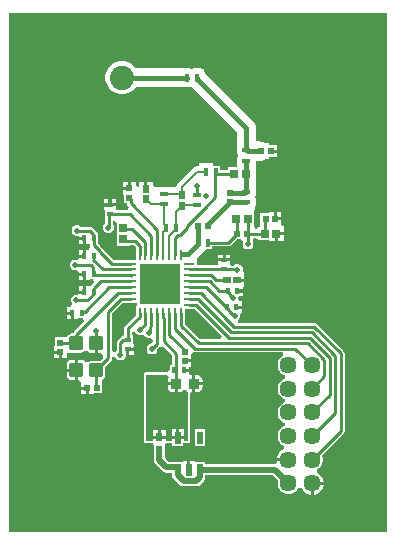
<source format=gtl>
G04*
G04 #@! TF.GenerationSoftware,Altium Limited,Altium Designer,24.10.1 (45)*
G04*
G04 Layer_Physical_Order=1*
G04 Layer_Color=255*
%FSLAX44Y44*%
%MOMM*%
G71*
G04*
G04 #@! TF.SameCoordinates,45D0177C-C306-47A8-9F7C-5F692266BDBD*
G04*
G04*
G04 #@! TF.FilePolarity,Positive*
G04*
G01*
G75*
%ADD14C,0.2540*%
%ADD15C,1.5000*%
%ADD16C,2.0500*%
%ADD17R,0.3500X0.6500*%
%ADD18R,0.5600X0.5200*%
G04:AMPARAMS|DCode=19|XSize=0.93mm|YSize=0.93mm|CornerRadius=0.2325mm|HoleSize=0mm|Usage=FLASHONLY|Rotation=0.000|XOffset=0mm|YOffset=0mm|HoleType=Round|Shape=RoundedRectangle|*
%AMROUNDEDRECTD19*
21,1,0.9300,0.4650,0,0,0.0*
21,1,0.4650,0.9300,0,0,0.0*
1,1,0.4650,0.2325,-0.2325*
1,1,0.4650,-0.2325,-0.2325*
1,1,0.4650,-0.2325,0.2325*
1,1,0.4650,0.2325,0.2325*
%
%ADD19ROUNDEDRECTD19*%
%ADD20R,0.5080X0.9779*%
%ADD21R,0.5588X0.7112*%
%ADD22R,0.6000X0.5500*%
%ADD23R,0.6200X0.6600*%
%ADD24R,0.6500X0.3500*%
%ADD25R,0.5200X0.5600*%
%ADD26R,0.4000X0.5000*%
G04:AMPARAMS|DCode=27|XSize=1.11mm|YSize=1.21mm|CornerRadius=0.1388mm|HoleSize=0mm|Usage=FLASHONLY|Rotation=0.000|XOffset=0mm|YOffset=0mm|HoleType=Round|Shape=RoundedRectangle|*
%AMROUNDEDRECTD27*
21,1,1.1100,0.9325,0,0,0.0*
21,1,0.8325,1.2100,0,0,0.0*
1,1,0.2775,0.4162,-0.4662*
1,1,0.2775,-0.4162,-0.4662*
1,1,0.2775,-0.4162,0.4662*
1,1,0.2775,0.4162,0.4662*
%
%ADD27ROUNDEDRECTD27*%
%ADD28R,0.6500X0.6000*%
%ADD29R,0.7600X0.7200*%
%ADD31R,0.7200X0.7600*%
%ADD32R,0.4725X0.5153*%
%ADD33R,0.5000X0.4000*%
%ADD55R,3.4500X3.4500*%
%ADD56R,0.8499X0.2799*%
%ADD57R,0.2799X0.8499*%
%ADD58C,0.3823*%
%ADD59C,0.5131*%
%ADD60C,0.1314*%
%ADD61C,1.4478*%
%ADD62C,0.5080*%
G36*
X193040Y-210820D02*
X-127000D01*
Y228600D01*
X193040D01*
Y-210820D01*
D02*
G37*
%LPC*%
G36*
X-29829Y187980D02*
X-33531D01*
X-37107Y187022D01*
X-40313Y185171D01*
X-42931Y182553D01*
X-44782Y179347D01*
X-45740Y175771D01*
Y172069D01*
X-44782Y168493D01*
X-42931Y165287D01*
X-40313Y162669D01*
X-37107Y160818D01*
X-33531Y159860D01*
X-29829D01*
X-26253Y160818D01*
X-23047Y162669D01*
X-20429Y165287D01*
X-20236Y165623D01*
X23215D01*
X23215Y165622D01*
X25372Y165906D01*
X26433Y166346D01*
X65328Y127451D01*
Y112200D01*
X65611Y110043D01*
X66444Y108034D01*
X66508Y107950D01*
X66444Y107866D01*
X65611Y105857D01*
X65328Y103700D01*
Y98310D01*
X57700D01*
Y96044D01*
X51620D01*
Y99230D01*
X45184D01*
Y101294D01*
X33556D01*
Y98793D01*
X31750D01*
X29908Y98427D01*
X28346Y97384D01*
X15646Y84684D01*
X14603Y83122D01*
X14303Y81614D01*
X11886D01*
Y81614D01*
X11124Y81184D01*
X-3504D01*
Y81184D01*
X-5790Y81797D01*
Y85760D01*
X-10160D01*
Y79920D01*
X-12700D01*
Y85760D01*
X-17070D01*
Y80587D01*
X-17720Y80338D01*
X-20260Y82083D01*
Y85530D01*
X-24130D01*
Y80190D01*
X-25400D01*
Y78920D01*
X-30540D01*
Y74850D01*
X-30000D01*
Y67590D01*
X-27777D01*
X-27531Y66355D01*
X-26809Y65273D01*
X-25545Y64010D01*
X-26597Y61470D01*
X-34421D01*
X-36870Y61690D01*
Y64960D01*
X-41910D01*
X-46950D01*
Y61690D01*
X-46410D01*
Y54230D01*
X-46028D01*
Y50563D01*
X-47029Y49562D01*
X-47720Y47893D01*
Y46087D01*
X-47029Y44418D01*
X-45752Y43141D01*
X-44083Y42450D01*
X-42277D01*
X-40608Y43141D01*
X-39331Y44418D01*
X-38640Y46087D01*
Y47893D01*
X-39331Y49562D01*
X-39360Y49591D01*
Y52092D01*
X-38524Y52474D01*
X-36080Y50797D01*
Y41010D01*
Y31210D01*
X-24880D01*
Y32226D01*
X-22289D01*
X-21926Y31863D01*
X-20280Y30005D01*
Y19909D01*
X-30379D01*
Y19844D01*
X-38879D01*
X-47973Y28938D01*
X-48063Y29072D01*
X-50531Y31540D01*
X-51690Y33600D01*
Y42600D01*
X-52726D01*
X-52800Y42968D01*
X-53523Y44050D01*
X-56280Y46807D01*
X-57362Y47530D01*
X-58638Y47784D01*
X-66764D01*
X-67278Y48299D01*
X-68947Y48990D01*
X-70753D01*
X-72422Y48299D01*
X-73699Y47022D01*
X-74390Y45353D01*
Y43547D01*
X-73699Y41878D01*
X-72422Y40601D01*
X-70753Y39910D01*
X-68947D01*
X-68230Y39431D01*
Y39370D01*
X-63690D01*
Y38100D01*
X-62420D01*
Y33060D01*
X-59150D01*
X-59024Y31941D01*
X-59024Y31940D01*
X-58770Y30664D01*
X-58418Y30137D01*
X-59589Y28175D01*
X-59891Y27900D01*
X-62420D01*
Y22860D01*
X-63690D01*
Y21590D01*
X-68350D01*
X-70217Y19780D01*
X-72023D01*
X-73692Y19089D01*
X-74969Y17812D01*
X-75660Y16143D01*
Y14337D01*
X-74969Y12668D01*
X-73692Y11391D01*
X-72023Y10700D01*
X-70217D01*
X-68350Y8890D01*
X-63690D01*
Y7620D01*
X-62420D01*
Y2580D01*
X-59150D01*
Y3120D01*
X-56214D01*
X-55242Y773D01*
X-57191Y-1176D01*
X-59150Y-2580D01*
X-62420D01*
Y-7620D01*
X-63690D01*
Y-8890D01*
X-68230D01*
Y-9373D01*
X-69455Y-10192D01*
X-71261D01*
X-72930Y-10883D01*
X-74207Y-12160D01*
X-74898Y-13829D01*
Y-15635D01*
X-74207Y-17304D01*
X-73691Y-17820D01*
X-74743Y-20360D01*
X-78390D01*
Y-24130D01*
X-73850D01*
Y-25400D01*
X-72580D01*
Y-30440D01*
X-69310D01*
Y-29900D01*
X-64948D01*
X-63896Y-32440D01*
X-72698Y-41242D01*
X-73420Y-42324D01*
X-73492Y-42684D01*
X-74503D01*
X-75824Y-42947D01*
X-76945Y-43695D01*
X-77325Y-44264D01*
X-79220Y-45820D01*
X-88420D01*
Y-53080D01*
X-88960D01*
Y-57150D01*
X-83820D01*
Y-58420D01*
X-82550D01*
Y-63760D01*
X-78680D01*
Y-59568D01*
X-78612Y-59503D01*
X-76140Y-58443D01*
X-75824Y-58653D01*
X-74503Y-58916D01*
X-66178D01*
X-64856Y-58653D01*
X-63735Y-57905D01*
X-63576Y-57666D01*
X-63157Y-57548D01*
X-60804Y-57646D01*
X-60754Y-57666D01*
X-60334Y-58294D01*
X-59035Y-59162D01*
X-57502Y-59467D01*
X-54610D01*
Y-50800D01*
X-52070D01*
Y-59467D01*
X-49177D01*
X-47782Y-61414D01*
X-47637Y-63382D01*
X-49939Y-65684D01*
X-57502D01*
X-58824Y-65947D01*
X-59945Y-66695D01*
X-60104Y-66934D01*
X-60523Y-67052D01*
X-62876Y-66954D01*
X-62926Y-66934D01*
X-63346Y-66306D01*
X-64645Y-65438D01*
X-66178Y-65133D01*
X-69070D01*
Y-73800D01*
Y-82467D01*
X-68394D01*
X-66390Y-83760D01*
X-66390Y-85007D01*
Y-87630D01*
X-61050D01*
Y-88900D01*
X-59780D01*
Y-94040D01*
X-55710D01*
Y-93500D01*
X-48450D01*
Y-84300D01*
X-48450D01*
X-48431Y-81768D01*
X-47856Y-81653D01*
X-46735Y-80905D01*
X-45986Y-79784D01*
X-45724Y-78463D01*
Y-70899D01*
X-40823Y-65998D01*
X-40100Y-64916D01*
X-39846Y-63640D01*
Y-62982D01*
X-37306Y-62476D01*
X-36869Y-63532D01*
X-35592Y-64809D01*
X-33923Y-65500D01*
X-32117D01*
X-30448Y-64809D01*
X-29171Y-63532D01*
X-28480Y-61863D01*
Y-60800D01*
X-27940D01*
Y-56260D01*
X-26670D01*
Y-54990D01*
X-21630D01*
Y-51720D01*
X-22170D01*
Y-44260D01*
X-23336D01*
Y-41392D01*
X-20796Y-40886D01*
X-20359Y-41942D01*
X-19082Y-43219D01*
X-17413Y-43910D01*
X-15607D01*
X-13938Y-43219D01*
X-12549Y-44482D01*
X-11272Y-45759D01*
X-9603Y-46450D01*
X-7797D01*
X-5835Y-47832D01*
X-5746Y-49139D01*
X-7253Y-51340D01*
X-8922Y-52031D01*
X-10199Y-53308D01*
X-10890Y-54977D01*
Y-56783D01*
X-10199Y-58452D01*
X-8922Y-59729D01*
X-7253Y-60420D01*
X-5447D01*
X-3778Y-59729D01*
X-2501Y-58452D01*
X-1810Y-56783D01*
Y-56015D01*
X89Y-54116D01*
X1266Y-53747D01*
X3363Y-53799D01*
X10636Y-61071D01*
Y-69160D01*
X8510D01*
Y-73446D01*
X8483Y-73502D01*
X8186Y-73977D01*
X7550Y-74598D01*
X6400Y-75431D01*
X-11430D01*
X-12210Y-75586D01*
X-12872Y-76028D01*
X-13314Y-76690D01*
X-13469Y-77470D01*
Y-125730D01*
Y-133350D01*
X-13314Y-134130D01*
X-12872Y-134792D01*
X-12210Y-135234D01*
X-11430Y-135389D01*
X-5334D01*
X-4794Y-137872D01*
Y-146653D01*
X-4655D01*
Y-150026D01*
X-4300Y-151807D01*
X-3291Y-153317D01*
X2474Y-159082D01*
X3984Y-160091D01*
X5765Y-160446D01*
X10661D01*
Y-162526D01*
X10750Y-162976D01*
Y-165005D01*
X11480D01*
X12024Y-165818D01*
X17068Y-170861D01*
X18578Y-171870D01*
X20359Y-172225D01*
X31284D01*
X33066Y-171870D01*
X34576Y-170861D01*
X37582Y-167856D01*
X38591Y-166346D01*
X38945Y-164564D01*
Y-162770D01*
X95867D01*
X100285Y-167188D01*
X99981Y-168324D01*
Y-170756D01*
X100611Y-173106D01*
X101827Y-175213D01*
X103547Y-176933D01*
X105654Y-178149D01*
X108004Y-178779D01*
X110436D01*
X112786Y-178149D01*
X114893Y-176933D01*
X116613Y-175213D01*
X117551Y-173588D01*
X119191Y-173413D01*
X120309Y-173664D01*
X121395Y-175544D01*
X123216Y-177365D01*
X125445Y-178653D01*
X127933Y-179319D01*
X127950D01*
Y-169540D01*
X129220D01*
Y-168270D01*
X138999D01*
Y-168253D01*
X138333Y-165765D01*
X137045Y-163536D01*
X135224Y-161715D01*
X133344Y-160629D01*
X133093Y-159511D01*
X133268Y-157871D01*
X134893Y-156933D01*
X136613Y-155213D01*
X137829Y-153106D01*
X138459Y-150756D01*
Y-148324D01*
X137829Y-145974D01*
X137709Y-145766D01*
X155707Y-127768D01*
X156429Y-126687D01*
X156683Y-125411D01*
Y-59545D01*
X156429Y-58270D01*
X155707Y-57188D01*
X133462Y-34943D01*
X132380Y-34221D01*
X131104Y-33967D01*
X66762D01*
X66257Y-31427D01*
X66271Y-31421D01*
X67548Y-30144D01*
X68239Y-28475D01*
Y-26669D01*
X69114Y-25360D01*
X69500D01*
Y-21590D01*
X64960D01*
Y-19050D01*
X69500D01*
Y-15280D01*
X67596D01*
X66648Y-13862D01*
Y-12056D01*
X67093Y-11390D01*
X70580D01*
Y-7620D01*
X66040D01*
Y-5080D01*
X70580D01*
Y-3000D01*
X71830D01*
Y1270D01*
X66040D01*
Y3810D01*
X71830D01*
Y8080D01*
X71830D01*
X70580Y10527D01*
Y12333D01*
X69889Y14002D01*
X68612Y15279D01*
X66943Y15970D01*
X65137D01*
X63468Y15279D01*
X62986Y14796D01*
X62379D01*
X59904Y14954D01*
Y18224D01*
X54864D01*
X49824D01*
Y14972D01*
X31619D01*
Y19909D01*
X31619Y19909D01*
X31619D01*
X33042Y21790D01*
X38472Y27220D01*
X38472Y27220D01*
X39796Y28946D01*
X39835Y29040D01*
X44830D01*
Y30956D01*
X58060D01*
X59336Y31210D01*
X60417Y31932D01*
X65645Y37160D01*
X69191D01*
X69441Y36953D01*
X70679Y34620D01*
X70390Y33923D01*
Y32117D01*
X71081Y30448D01*
X72358Y29171D01*
X74027Y28480D01*
X75833D01*
X77502Y29171D01*
X78779Y30448D01*
X79470Y32117D01*
Y33923D01*
X79181Y34620D01*
X79430Y37160D01*
X80740Y38110D01*
X83280Y37180D01*
Y36310D01*
X92540D01*
Y35770D01*
X97610D01*
Y41910D01*
X98880D01*
Y43180D01*
X105220D01*
Y48050D01*
X105172D01*
X103220Y49470D01*
Y53340D01*
X97880D01*
Y54610D01*
X96610D01*
Y59750D01*
X92540D01*
Y59210D01*
X85280D01*
Y50010D01*
X85280D01*
X85183Y47510D01*
X83280D01*
Y46868D01*
X80740Y46113D01*
X80478Y46515D01*
X80370Y49010D01*
X80370D01*
Y60210D01*
X80370D01*
X80281Y60483D01*
X80720Y63020D01*
X80720Y63020D01*
Y64210D01*
X80876Y64414D01*
X81709Y66423D01*
X81993Y68580D01*
X81709Y70737D01*
X80876Y72746D01*
X80812Y72830D01*
X80876Y72914D01*
X81709Y74923D01*
X81993Y77080D01*
Y87630D01*
Y103427D01*
X84074D01*
X86231Y103711D01*
X88240Y104544D01*
X89291Y105350D01*
X92880D01*
Y106620D01*
X99410D01*
Y110490D01*
X94070D01*
Y113030D01*
X99410D01*
Y116900D01*
X92880D01*
Y118170D01*
X89291D01*
X88240Y118976D01*
X86231Y119809D01*
X84074Y120092D01*
X81993D01*
Y130903D01*
X81709Y133059D01*
X80876Y135069D01*
X79552Y136795D01*
X79552Y136795D01*
X39515Y176832D01*
X38966Y178156D01*
X37642Y179882D01*
X37310Y180137D01*
Y181050D01*
X36120D01*
X35916Y181206D01*
X33907Y182039D01*
X31750Y182323D01*
X29593Y182039D01*
X27584Y181206D01*
X27500Y181142D01*
X27416Y181206D01*
X25407Y182039D01*
X23250Y182323D01*
X22984Y182288D01*
X-20276D01*
X-20429Y182553D01*
X-23047Y185171D01*
X-26253Y187022D01*
X-29829Y187980D01*
D02*
G37*
G36*
X-26670Y85530D02*
X-30540D01*
Y81460D01*
X-26670D01*
Y85530D01*
D02*
G37*
G36*
X-36870Y70770D02*
X-40640D01*
Y67500D01*
X-36870D01*
Y70770D01*
D02*
G37*
G36*
X-43180D02*
X-46950D01*
Y67500D01*
X-43180D01*
Y70770D01*
D02*
G37*
G36*
X103220Y59750D02*
X99150D01*
Y55880D01*
X103220D01*
Y59750D01*
D02*
G37*
G36*
X105220Y40640D02*
X100150D01*
Y35770D01*
X105220D01*
Y40640D01*
D02*
G37*
G36*
X-64960Y36830D02*
X-68230D01*
Y33060D01*
X-64960D01*
Y36830D01*
D02*
G37*
G36*
Y27900D02*
X-68230D01*
Y24130D01*
X-64960D01*
Y27900D01*
D02*
G37*
G36*
X59904Y24034D02*
X56134D01*
Y20764D01*
X59904D01*
Y24034D01*
D02*
G37*
G36*
X53594D02*
X49824D01*
Y20764D01*
X53594D01*
Y24034D01*
D02*
G37*
G36*
X-64960Y6350D02*
X-68230D01*
Y2580D01*
X-64960D01*
Y6350D01*
D02*
G37*
G36*
Y-2580D02*
X-68230D01*
Y-6350D01*
X-64960D01*
Y-2580D01*
D02*
G37*
G36*
X-75120Y-26670D02*
X-78390D01*
Y-30440D01*
X-75120D01*
Y-26670D01*
D02*
G37*
G36*
X-21630Y-57530D02*
X-25400D01*
Y-60800D01*
X-21630D01*
Y-57530D01*
D02*
G37*
G36*
X-85090Y-59690D02*
X-88960D01*
Y-63760D01*
X-85090D01*
Y-59690D01*
D02*
G37*
G36*
X-71610Y-65133D02*
X-74503D01*
X-76035Y-65438D01*
X-77334Y-66306D01*
X-78202Y-67605D01*
X-78507Y-69138D01*
Y-72530D01*
X-71610D01*
Y-65133D01*
D02*
G37*
G36*
Y-75070D02*
X-78507D01*
Y-78463D01*
X-78202Y-79995D01*
X-77334Y-81294D01*
X-76035Y-82162D01*
X-74503Y-82467D01*
X-71610D01*
Y-75070D01*
D02*
G37*
G36*
X-62320Y-90170D02*
X-66390D01*
Y-94040D01*
X-62320D01*
Y-90170D01*
D02*
G37*
G36*
X138999Y-170810D02*
X130490D01*
Y-179319D01*
X130507D01*
X132995Y-178653D01*
X135224Y-177365D01*
X137045Y-175544D01*
X138333Y-173314D01*
X138999Y-170827D01*
Y-170810D01*
D02*
G37*
%LPD*%
G36*
X53225Y-45240D02*
X52253Y-47587D01*
X34522D01*
X21584Y-34648D01*
Y-25874D01*
X21519Y-25552D01*
Y-21898D01*
X29883D01*
X53225Y-45240D01*
D02*
G37*
G36*
X-19050Y-19495D02*
X-20280D01*
Y-27279D01*
X-29028Y-36027D01*
X-29750Y-37108D01*
X-30004Y-38384D01*
Y-44260D01*
X-31170D01*
Y-45063D01*
X-31756Y-45180D01*
X-32838Y-45903D01*
X-35378Y-48443D01*
X-36100Y-49524D01*
X-36354Y-50800D01*
Y-57257D01*
X-37306Y-58214D01*
X-39846Y-57165D01*
Y-25511D01*
X-31296Y-16961D01*
X-24260D01*
X-23937Y-16897D01*
X-19050D01*
Y-19495D01*
D02*
G37*
G36*
X7686Y-79622D02*
X7302Y-80867D01*
X6925Y-82765D01*
Y-83820D01*
X14210D01*
Y-85090D01*
X15480D01*
Y-92375D01*
X16535D01*
X18433Y-91998D01*
X20042Y-90922D01*
X22840Y-90897D01*
X24130Y-92109D01*
Y-133350D01*
X20370D01*
Y-132080D01*
X15290D01*
X10210D01*
Y-133350D01*
X5334D01*
Y-131953D01*
X0D01*
X-5334D01*
Y-133350D01*
X-11430D01*
Y-125730D01*
Y-77470D01*
X6400D01*
X7686Y-79622D01*
D02*
G37*
G36*
X30061Y-58795D02*
X104273D01*
X104954Y-61335D01*
X103547Y-62147D01*
X101827Y-63867D01*
X100611Y-65974D01*
X99981Y-68324D01*
Y-70756D01*
X100611Y-73106D01*
X101827Y-75213D01*
X103547Y-76933D01*
X105654Y-78149D01*
X105937Y-78225D01*
Y-80855D01*
X105654Y-80931D01*
X103547Y-82147D01*
X101827Y-83867D01*
X100611Y-85974D01*
X99981Y-88324D01*
Y-90756D01*
X100611Y-93106D01*
X101827Y-95213D01*
X103547Y-96933D01*
X105654Y-98149D01*
X105937Y-98225D01*
Y-100855D01*
X105654Y-100931D01*
X103547Y-102147D01*
X101827Y-103867D01*
X100611Y-105974D01*
X99981Y-108324D01*
Y-110756D01*
X100611Y-113106D01*
X101827Y-115213D01*
X103547Y-116933D01*
X105654Y-118149D01*
X105937Y-118225D01*
Y-120855D01*
X105654Y-120931D01*
X103547Y-122147D01*
X101827Y-123867D01*
X100611Y-125974D01*
X99981Y-128324D01*
Y-130756D01*
X100611Y-133106D01*
X101827Y-135213D01*
X103547Y-136933D01*
X105172Y-137871D01*
X105347Y-139511D01*
X105096Y-140629D01*
X103216Y-141715D01*
X101395Y-143536D01*
X100107Y-145765D01*
X99441Y-148253D01*
Y-148270D01*
X109220D01*
Y-150810D01*
X99441D01*
Y-150827D01*
X99546Y-151219D01*
X98014Y-153179D01*
X97517Y-153460D01*
X38830D01*
Y-151226D01*
X29870D01*
Y-150686D01*
X26060D01*
Y-158115D01*
X23520D01*
Y-150686D01*
X19710D01*
Y-151226D01*
X15714D01*
X15265Y-151136D01*
X7693D01*
X5470Y-148913D01*
X4794Y-146653D01*
X4794Y-146653D01*
X4794D01*
X4794Y-146653D01*
Y-137872D01*
X5334Y-135389D01*
X10210D01*
X10750Y-135832D01*
Y-137699D01*
X19830D01*
Y-135832D01*
X20370Y-135389D01*
X24130D01*
X24910Y-135234D01*
X25572Y-134792D01*
X26014Y-134130D01*
X26169Y-133350D01*
Y-92963D01*
X26885Y-92375D01*
X27940D01*
Y-85090D01*
Y-77805D01*
X26885D01*
X25050Y-76299D01*
Y-74930D01*
X20510D01*
Y-72390D01*
X25050D01*
Y-71132D01*
X26492D01*
Y-67286D01*
X21590D01*
Y-64746D01*
X26492D01*
Y-60899D01*
X26856Y-60121D01*
X28785Y-58541D01*
X30061Y-58795D01*
D02*
G37*
%LPC*%
G36*
X12940Y-86360D02*
X6925D01*
Y-87415D01*
X7302Y-89313D01*
X8378Y-90922D01*
X9987Y-91998D01*
X11885Y-92375D01*
X12940D01*
Y-86360D01*
D02*
G37*
G36*
X5334Y-124587D02*
X1270D01*
Y-129413D01*
X5334D01*
Y-124587D01*
D02*
G37*
G36*
X-1270D02*
X-5334D01*
Y-129413D01*
X-1270D01*
Y-124587D01*
D02*
G37*
G36*
X20370Y-123380D02*
X16560D01*
Y-129540D01*
X20370D01*
Y-123380D01*
D02*
G37*
G36*
X14020D02*
X10210D01*
Y-129540D01*
X14020D01*
Y-123380D01*
D02*
G37*
G36*
X31535Y-77805D02*
X30480D01*
Y-83820D01*
X36495D01*
Y-82765D01*
X36118Y-80867D01*
X35042Y-79258D01*
X33433Y-78182D01*
X31535Y-77805D01*
D02*
G37*
G36*
X36495Y-86360D02*
X30480D01*
Y-92375D01*
X31535D01*
X33433Y-91998D01*
X35042Y-90922D01*
X36118Y-89313D01*
X36495Y-87415D01*
Y-86360D01*
D02*
G37*
G36*
X38830Y-123920D02*
X29750D01*
Y-137699D01*
X38830D01*
Y-123920D01*
D02*
G37*
%LPD*%
D14*
X38270Y63624D02*
X47430Y72784D01*
X35988Y61342D02*
X36354D01*
X38270Y63257D01*
X47430Y72784D02*
Y92710D01*
X38270Y63257D02*
Y63624D01*
X22925Y48280D02*
X35988Y61342D01*
X31496Y75342D02*
Y82296D01*
X17075Y40470D02*
X22925Y46321D01*
X13120Y37758D02*
X15832Y40470D01*
X22925Y46321D02*
Y48280D01*
X15832Y40470D02*
X17075D01*
X13120Y23756D02*
Y37758D01*
X18249Y-36030D02*
X33141Y-50921D01*
X18249Y-36030D02*
Y-25874D01*
X33141Y-50921D02*
X125463D01*
X17780Y-43180D02*
X30061Y-55461D01*
X13120Y-38520D02*
Y-25744D01*
Y-38520D02*
X17780Y-43180D01*
X30061Y-55461D02*
X115141D01*
X18120Y-25744D02*
X18249Y-25874D01*
X60961Y-41841D02*
X129224D01*
X25434Y-18563D02*
X31263D01*
X32748Y-13627D02*
X60961Y-41841D01*
X25499Y-13627D02*
X32748D01*
X31263Y-18563D02*
X59081Y-46381D01*
X25370Y-18499D02*
X25434Y-18563D01*
X59081Y-46381D02*
X127343D01*
X148809Y-109951D02*
Y-61426D01*
X58420Y-32290D02*
X63431Y-37301D01*
X131104D02*
X153349Y-59545D01*
Y-125411D02*
Y-59545D01*
X129220Y-149540D02*
X153349Y-125411D01*
X129220Y-129540D02*
X148809Y-109951D01*
X63431Y-37301D02*
X131104D01*
X129224Y-41841D02*
X148809Y-61426D01*
X125463Y-50921D02*
X139729Y-65187D01*
X127343Y-46381D02*
X144269Y-63306D01*
Y-94491D02*
Y-63306D01*
X129220Y-109540D02*
X144269Y-94491D01*
X139729Y-79031D02*
Y-65187D01*
X129220Y-89540D02*
X139729Y-79031D01*
X115141Y-55461D02*
X129220Y-69540D01*
X58040Y-6850D02*
X58770Y-7580D01*
Y-8933D02*
X62108Y-12271D01*
X58770Y-8933D02*
Y-7580D01*
X62108Y-12959D02*
Y-12271D01*
X58040Y-6850D02*
Y-6350D01*
X-27109Y-22612D02*
Y-18628D01*
X-29210Y-24713D02*
X-27109Y-22612D01*
X-29210Y-25400D02*
Y-24713D01*
X-27109Y-18628D02*
X-26980Y-18499D01*
X-24130D01*
X-42694Y57946D02*
X-42504Y58136D01*
X-42694Y47476D02*
Y57946D01*
X-43180Y46990D02*
X-42694Y47476D01*
X-42504Y58136D02*
X-25306D01*
X-42005Y66135D02*
X-41910Y66230D01*
X-50705Y66135D02*
X-42005D01*
X-50800Y66040D02*
X-50705Y66135D01*
X-41910Y66230D02*
Y73660D01*
X-25306Y58136D02*
X-6880Y39710D01*
X-8700Y-41910D02*
X-8214Y-41424D01*
Y-37494D01*
X63088Y-27572D02*
X63699D01*
X59690Y-24174D02*
Y-24130D01*
X25499Y-8626D02*
X34756D01*
X59690Y-24174D02*
X63088Y-27572D01*
X56960Y-20320D02*
X57690Y-21050D01*
Y-22130D02*
X59690Y-24130D01*
X57690Y-22130D02*
Y-21050D01*
X34756Y-8626D02*
X58420Y-32290D01*
X-6880Y-36161D02*
Y-25744D01*
X-8214Y-37494D02*
X-6880Y-36161D01*
X-1880Y-51370D02*
Y-25744D01*
X-6350Y-55880D02*
Y-55840D01*
X-1880Y-51370D01*
X-16510Y-39370D02*
X-11880Y-34740D01*
Y-25744D01*
X3451Y-49170D02*
X13970Y-59690D01*
X3451Y-49170D02*
Y-29928D01*
X8249Y-43809D02*
Y-25874D01*
Y-43809D02*
X22237Y-57797D01*
X13970Y-84850D02*
Y-59690D01*
X66040Y2540D02*
X74930D01*
X64960Y-20320D02*
X73660D01*
X55256Y-19696D02*
X56960D01*
X39055Y-3495D02*
X55256Y-19696D01*
X25370Y-3495D02*
X39055D01*
X42564Y1506D02*
X50420Y-6350D01*
X66040D02*
X72390D01*
X25370Y-13498D02*
X25499Y-13627D01*
X25370Y-8496D02*
X25499Y-8626D01*
X54832Y11462D02*
X66008D01*
X-56420Y7968D02*
X-54960Y6507D01*
X-56365Y-8795D02*
X-55015D01*
X64960Y-20320D02*
X64988Y-20292D01*
X50420Y-6350D02*
X58040D01*
X-32677Y-13627D02*
X-24260D01*
X-43180Y-24130D02*
X-32677Y-13627D01*
X-43180Y-63640D02*
Y-24130D01*
X-53340Y-73800D02*
X-43180Y-63640D01*
X74430Y41910D02*
X74680Y41660D01*
Y33270D02*
X74930Y33020D01*
X74680Y33270D02*
Y41660D01*
X47430Y92710D02*
X64144D01*
X-24451Y67631D02*
X-1880Y45060D01*
X-25400Y72190D02*
X-24451Y71241D01*
Y67631D02*
Y71241D01*
X-1880Y23756D02*
Y45060D01*
X-6880Y23756D02*
Y39710D01*
X-22860Y45720D02*
X-12010Y34870D01*
X-29210Y45720D02*
X-22860D01*
X-12010Y23885D02*
Y34870D01*
X-65120Y-24170D02*
X-63116D01*
X-42441Y-3495D01*
X-65850Y-25400D02*
Y-24900D01*
X-65120Y-24170D01*
X-42441Y-3495D02*
X-24130D01*
X-55690Y-7620D02*
Y-4390D01*
Y31940D02*
Y38100D01*
X-53077Y29327D02*
X-53033D01*
X-40260Y16510D02*
X-24130D01*
X-50420Y26670D02*
X-40260Y16510D01*
X-50420Y26670D02*
Y26714D01*
X-55690Y31940D02*
X-53077Y29327D01*
X-53033D02*
X-50420Y26714D01*
X-47569Y11509D02*
X-24130D01*
X-57908Y15240D02*
X-56420Y13752D01*
X-71120Y15240D02*
X-57908D01*
X-56420Y7968D02*
Y13752D01*
X-55880Y19820D02*
X-47569Y11509D01*
X-55690Y-4390D02*
X-49794Y1506D01*
X66008Y11462D02*
X66040Y11430D01*
X25499Y11638D02*
X54136D01*
X25370Y11509D02*
X25499Y11638D01*
X-56420Y-10200D02*
Y-8850D01*
X-60952Y-14732D02*
X-56420Y-10200D01*
Y-8850D02*
X-56365Y-8795D01*
X-70358Y-14732D02*
X-60952D01*
X3250Y-29727D02*
X3451Y-29928D01*
X3250Y-29727D02*
Y-25874D01*
X3120Y-25744D02*
X3250Y-25874D01*
X65350Y41580D02*
Y54030D01*
X58060Y34290D02*
X65350Y41580D01*
X41080Y34290D02*
X58060D01*
X-24389Y-8496D02*
X-24260Y-8626D01*
X-83820Y-50800D02*
X-70340D01*
X-53340D02*
Y-40640D01*
X13970Y-84850D02*
X14210Y-85090D01*
X-29210Y35560D02*
X-20908D01*
X-16880Y31532D01*
Y23756D02*
Y31532D01*
X-69850Y44450D02*
X-58638D01*
X-33020Y-60960D02*
Y-50800D01*
X-30480Y-48260D01*
X-26670D01*
Y-38384D01*
X-16880Y-28594D01*
X-70340Y-50800D02*
Y-43600D01*
X-35237Y-8496D01*
X-24389D01*
X-49794Y1506D02*
X-24130D01*
X-54960Y6507D02*
X-24130D01*
X-55880Y22360D02*
Y22860D01*
X-58638Y44450D02*
X-55880Y41692D01*
Y38290D02*
Y41692D01*
Y38290D02*
X-55690Y38100D01*
X-24288Y6350D02*
X-24130Y6507D01*
X74930Y41910D02*
X89080D01*
X74750Y42090D02*
Y54430D01*
X8120Y-25744D02*
X8249Y-25874D01*
X64770Y54610D02*
X65350Y54030D01*
X-12010Y23885D02*
X-11880Y23756D01*
X-16880Y-28594D02*
Y-25744D01*
X-53340Y-88990D02*
Y-73800D01*
X89580Y54110D02*
X90080Y54610D01*
X89080Y41910D02*
X89580Y42410D01*
Y54110D01*
X74570Y54610D02*
X74750Y54430D01*
X-24260Y-13627D02*
X-24130Y-13498D01*
X-24260Y-8626D02*
X-24130Y-8496D01*
X47951Y2540D02*
X57540D01*
X25370Y6507D02*
X43983D01*
X47951Y2540D01*
X25370Y1506D02*
X42564D01*
D15*
X-5080Y200520D02*
D03*
Y147320D02*
D03*
D16*
X-31680Y173920D02*
D03*
D17*
X41080Y34290D02*
D03*
X32580D02*
D03*
X39370Y93980D02*
D03*
X47870D02*
D03*
X23250Y173990D02*
D03*
X31750D02*
D03*
X13970Y46990D02*
D03*
X5470D02*
D03*
D18*
X40730Y48260D02*
D03*
X32930D02*
D03*
X86270Y111760D02*
D03*
X94070D02*
D03*
X97880Y54610D02*
D03*
X90080D02*
D03*
X-53250Y-88900D02*
D03*
X-61050D02*
D03*
D19*
X29210Y-85090D02*
D03*
X14210D02*
D03*
D20*
X15290Y-130810D02*
D03*
X34290D02*
D03*
Y-158115D02*
D03*
X24790D02*
D03*
X15290D02*
D03*
D21*
X0Y-130683D02*
D03*
Y-141097D02*
D03*
D22*
X74430Y41910D02*
D03*
X65930D02*
D03*
D23*
X-11430Y79920D02*
D03*
Y71120D02*
D03*
X19050Y74250D02*
D03*
Y65450D02*
D03*
D24*
X73660Y103700D02*
D03*
Y112200D02*
D03*
X31750Y66362D02*
D03*
Y74862D02*
D03*
X3810Y66870D02*
D03*
Y75370D02*
D03*
X73660Y68580D02*
D03*
Y77080D02*
D03*
D25*
X59690Y76380D02*
D03*
Y68580D02*
D03*
X-25400Y72390D02*
D03*
Y80190D02*
D03*
X-83820Y-58420D02*
D03*
Y-50620D02*
D03*
D26*
X-63690Y38100D02*
D03*
X-55690D02*
D03*
X-73850Y-25400D02*
D03*
X-65850D02*
D03*
X12510Y-73660D02*
D03*
X20510D02*
D03*
X56960Y-20320D02*
D03*
X64960D02*
D03*
X-55690Y22860D02*
D03*
X-63690D02*
D03*
X-55690Y-7620D02*
D03*
X-63690D02*
D03*
X-55690Y7620D02*
D03*
X-63690D02*
D03*
X66040Y-6350D02*
D03*
X58040D02*
D03*
D27*
X-70340Y-73800D02*
D03*
Y-50800D02*
D03*
X-53340D02*
D03*
Y-73800D02*
D03*
D28*
X66040Y2540D02*
D03*
X57540D02*
D03*
D29*
X63500Y92710D02*
D03*
X73300D02*
D03*
X64770Y54610D02*
D03*
X74570D02*
D03*
X98880Y41910D02*
D03*
X89080D02*
D03*
D31*
X-30480Y46810D02*
D03*
Y37010D02*
D03*
D32*
X21590Y-66016D02*
D03*
Y-58444D02*
D03*
D33*
X-26670Y-56260D02*
D03*
Y-48260D02*
D03*
X-41910Y58230D02*
D03*
Y66230D02*
D03*
X54864Y11494D02*
D03*
Y19494D02*
D03*
D55*
X620Y-994D02*
D03*
D56*
X-24130Y-18499D02*
D03*
Y-13498D02*
D03*
Y-8496D02*
D03*
Y-3495D02*
D03*
Y1506D02*
D03*
Y6507D02*
D03*
Y11509D02*
D03*
Y16510D02*
D03*
X25370D02*
D03*
Y11509D02*
D03*
Y6507D02*
D03*
Y1506D02*
D03*
Y-3495D02*
D03*
Y-8496D02*
D03*
Y-13498D02*
D03*
Y-18499D02*
D03*
D57*
X-16880Y23756D02*
D03*
X-11880D02*
D03*
X-6880D02*
D03*
X-1880D02*
D03*
X3120D02*
D03*
X8120D02*
D03*
X13120D02*
D03*
X18120D02*
D03*
Y-25744D02*
D03*
X13120D02*
D03*
X8120D02*
D03*
X3120D02*
D03*
X-1880D02*
D03*
X-6880D02*
D03*
X-11880D02*
D03*
X-16880D02*
D03*
D58*
X39964Y48854D02*
X58801Y67691D01*
X40730Y47916D02*
Y48260D01*
X58801Y67691D02*
X59001D01*
X59690Y68380D01*
Y68580D01*
X73660Y87630D02*
Y103700D01*
X59690Y76380D02*
Y76391D01*
X20320Y24517D02*
X23984D01*
X32580Y33112D02*
Y34290D01*
X23984Y24517D02*
X32580Y33112D01*
X31750Y172812D02*
Y173990D01*
X73660Y112200D02*
Y130903D01*
X31750Y172812D02*
X73660Y130903D01*
X23215Y173955D02*
X23250Y173990D01*
X-31645Y173955D02*
X23215D01*
X-31680Y173920D02*
X-31645Y173955D01*
X75278Y111760D02*
X84074D01*
X74837Y112200D02*
X75278Y111760D01*
X73660Y112200D02*
X74837D01*
X73660Y77080D02*
Y87630D01*
X59690Y68580D02*
X73660D01*
X72483Y77080D02*
X73660D01*
X59690Y76380D02*
X71782D01*
X72483Y77080D01*
X32840Y36168D02*
Y45720D01*
D59*
X0Y-150026D02*
Y-144780D01*
X5765Y-155791D02*
X15265D01*
X15290Y-158115D02*
X15315Y-158140D01*
Y-162526D02*
Y-158140D01*
Y-162526D02*
X20359Y-167570D01*
X31284D01*
X34290Y-164564D02*
Y-158115D01*
X97795D01*
X109220Y-169540D01*
X14210Y-85090D02*
X15385Y-86265D01*
X31284Y-167570D02*
X34290Y-164564D01*
X0Y-150026D02*
X5765Y-155791D01*
X0Y-130683D02*
X63Y-130746D01*
D60*
X-11430Y71120D02*
X-8987Y68677D01*
X-7380Y66870D02*
X3810D01*
X-8987Y68477D02*
Y68677D01*
Y68477D02*
X-7380Y66870D01*
X19050Y81280D02*
X31750Y93980D01*
X39370D01*
X5470Y46990D02*
Y48490D01*
X3810Y50150D02*
Y66870D01*
Y50150D02*
X5470Y48490D01*
X3810Y75370D02*
X17930D01*
X19050Y74250D01*
Y65450D02*
X19773Y66173D01*
X31496D01*
X19050Y74250D02*
Y81280D01*
X13970Y46990D02*
Y60370D01*
Y45490D02*
Y46990D01*
Y60370D02*
X19050Y65450D01*
X8120Y39640D02*
X13970Y45490D01*
X8120Y23756D02*
Y39640D01*
X3120Y43140D02*
X5470Y45490D01*
X3120Y23756D02*
Y43140D01*
X5470Y45490D02*
Y46990D01*
D61*
X129220Y-169540D02*
D03*
X109220D02*
D03*
X129220Y-149540D02*
D03*
X109220D02*
D03*
X129220Y-129540D02*
D03*
X109220D02*
D03*
X129220Y-109540D02*
D03*
X109220D02*
D03*
X129220Y-89540D02*
D03*
X109220D02*
D03*
X129220Y-69540D02*
D03*
X109220D02*
D03*
D62*
X-11191Y10817D02*
D03*
X-3317D02*
D03*
X4557D02*
D03*
X12431D02*
D03*
X-11191Y2943D02*
D03*
X-3317D02*
D03*
X4557D02*
D03*
X12431D02*
D03*
X-11191Y-4931D02*
D03*
X-3317D02*
D03*
X4557D02*
D03*
X12431D02*
D03*
X-11191Y-12805D02*
D03*
X-3317D02*
D03*
X4557D02*
D03*
X12431D02*
D03*
X179070Y213360D02*
D03*
Y200660D02*
D03*
Y187960D02*
D03*
Y175260D02*
D03*
Y162560D02*
D03*
Y149860D02*
D03*
Y137160D02*
D03*
Y124460D02*
D03*
Y111760D02*
D03*
Y99060D02*
D03*
Y86360D02*
D03*
Y73660D02*
D03*
Y60960D02*
D03*
Y48260D02*
D03*
Y35560D02*
D03*
Y22860D02*
D03*
Y10160D02*
D03*
Y-2540D02*
D03*
Y-15240D02*
D03*
Y-27940D02*
D03*
Y-40640D02*
D03*
Y-53340D02*
D03*
Y-66040D02*
D03*
Y-78740D02*
D03*
Y-91440D02*
D03*
Y-104140D02*
D03*
Y-116840D02*
D03*
Y-129540D02*
D03*
Y-142240D02*
D03*
Y-154940D02*
D03*
Y-167640D02*
D03*
Y-180340D02*
D03*
Y-193040D02*
D03*
X166370Y213360D02*
D03*
Y200660D02*
D03*
Y187960D02*
D03*
Y175260D02*
D03*
Y162560D02*
D03*
Y149860D02*
D03*
Y137160D02*
D03*
Y124460D02*
D03*
Y111760D02*
D03*
Y99060D02*
D03*
Y86360D02*
D03*
Y73660D02*
D03*
Y60960D02*
D03*
Y48260D02*
D03*
Y35560D02*
D03*
Y22860D02*
D03*
Y10160D02*
D03*
Y-2540D02*
D03*
Y-15240D02*
D03*
Y-27940D02*
D03*
Y-40640D02*
D03*
Y-53340D02*
D03*
Y-66040D02*
D03*
Y-78740D02*
D03*
Y-91440D02*
D03*
Y-104140D02*
D03*
Y-116840D02*
D03*
Y-129540D02*
D03*
Y-142240D02*
D03*
Y-154940D02*
D03*
Y-167640D02*
D03*
Y-180340D02*
D03*
Y-193040D02*
D03*
X153670Y213360D02*
D03*
Y200660D02*
D03*
Y187960D02*
D03*
Y175260D02*
D03*
Y162560D02*
D03*
Y149860D02*
D03*
Y137160D02*
D03*
Y124460D02*
D03*
Y111760D02*
D03*
Y99060D02*
D03*
Y86360D02*
D03*
Y73660D02*
D03*
Y60960D02*
D03*
Y48260D02*
D03*
Y35560D02*
D03*
Y22860D02*
D03*
Y10160D02*
D03*
Y-2540D02*
D03*
Y-15240D02*
D03*
Y-27940D02*
D03*
Y-40640D02*
D03*
Y-142240D02*
D03*
Y-154940D02*
D03*
Y-167640D02*
D03*
Y-180340D02*
D03*
Y-193040D02*
D03*
X140970Y213360D02*
D03*
Y200660D02*
D03*
Y187960D02*
D03*
Y175260D02*
D03*
Y162560D02*
D03*
Y149860D02*
D03*
Y137160D02*
D03*
Y124460D02*
D03*
Y111760D02*
D03*
Y99060D02*
D03*
Y86360D02*
D03*
Y73660D02*
D03*
Y60960D02*
D03*
Y48260D02*
D03*
Y35560D02*
D03*
Y22860D02*
D03*
Y10160D02*
D03*
Y-2540D02*
D03*
Y-15240D02*
D03*
Y-27940D02*
D03*
Y-193040D02*
D03*
X128270Y213360D02*
D03*
Y200660D02*
D03*
Y187960D02*
D03*
Y175260D02*
D03*
Y162560D02*
D03*
Y149860D02*
D03*
Y137160D02*
D03*
Y124460D02*
D03*
Y111760D02*
D03*
Y99060D02*
D03*
Y86360D02*
D03*
Y73660D02*
D03*
Y60960D02*
D03*
Y48260D02*
D03*
Y35560D02*
D03*
Y22860D02*
D03*
Y10160D02*
D03*
Y-2540D02*
D03*
Y-15240D02*
D03*
Y-193040D02*
D03*
X115570Y213360D02*
D03*
Y200660D02*
D03*
Y187960D02*
D03*
Y175260D02*
D03*
Y162560D02*
D03*
Y149860D02*
D03*
Y137160D02*
D03*
Y124460D02*
D03*
Y111760D02*
D03*
Y99060D02*
D03*
Y86360D02*
D03*
Y73660D02*
D03*
Y60960D02*
D03*
Y-193040D02*
D03*
X102870Y213360D02*
D03*
Y200660D02*
D03*
Y187960D02*
D03*
Y175260D02*
D03*
Y162560D02*
D03*
Y149860D02*
D03*
Y137160D02*
D03*
Y124460D02*
D03*
Y99060D02*
D03*
Y86360D02*
D03*
Y73660D02*
D03*
Y-193040D02*
D03*
X90170Y213360D02*
D03*
Y200660D02*
D03*
Y187960D02*
D03*
Y175260D02*
D03*
Y162560D02*
D03*
Y149860D02*
D03*
Y137160D02*
D03*
Y86360D02*
D03*
Y73660D02*
D03*
Y-142240D02*
D03*
Y-180340D02*
D03*
Y-193040D02*
D03*
X77470Y213360D02*
D03*
Y200660D02*
D03*
Y187960D02*
D03*
Y175260D02*
D03*
Y162560D02*
D03*
Y149860D02*
D03*
Y-142240D02*
D03*
Y-180340D02*
D03*
Y-193040D02*
D03*
X64770Y213360D02*
D03*
Y200660D02*
D03*
Y187960D02*
D03*
Y175260D02*
D03*
Y162560D02*
D03*
Y-142240D02*
D03*
Y-180340D02*
D03*
Y-193040D02*
D03*
X52070Y213360D02*
D03*
Y200660D02*
D03*
Y187960D02*
D03*
Y175260D02*
D03*
Y124460D02*
D03*
Y111760D02*
D03*
Y-142240D02*
D03*
Y-180340D02*
D03*
Y-193040D02*
D03*
X39370Y213360D02*
D03*
Y200660D02*
D03*
Y187960D02*
D03*
Y137160D02*
D03*
Y124460D02*
D03*
Y111760D02*
D03*
Y73660D02*
D03*
Y-180340D02*
D03*
Y-193040D02*
D03*
X26670Y213360D02*
D03*
Y200660D02*
D03*
Y149860D02*
D03*
Y137160D02*
D03*
Y124460D02*
D03*
Y111760D02*
D03*
Y-180340D02*
D03*
Y-193040D02*
D03*
X13970Y124460D02*
D03*
Y111760D02*
D03*
Y99060D02*
D03*
Y-180340D02*
D03*
Y-193040D02*
D03*
X1270Y124460D02*
D03*
Y111760D02*
D03*
Y99060D02*
D03*
Y-167640D02*
D03*
Y-180340D02*
D03*
Y-193040D02*
D03*
X-11430Y124460D02*
D03*
Y111760D02*
D03*
Y99060D02*
D03*
Y-142240D02*
D03*
Y-154940D02*
D03*
Y-167640D02*
D03*
Y-180340D02*
D03*
Y-193040D02*
D03*
X-24130Y124460D02*
D03*
Y111760D02*
D03*
Y99060D02*
D03*
Y-142240D02*
D03*
Y-154940D02*
D03*
Y-167640D02*
D03*
Y-180340D02*
D03*
Y-193040D02*
D03*
X-36830Y124460D02*
D03*
Y111760D02*
D03*
Y99060D02*
D03*
Y-142240D02*
D03*
Y-154940D02*
D03*
Y-167640D02*
D03*
Y-180340D02*
D03*
Y-193040D02*
D03*
X-49530Y124460D02*
D03*
Y111760D02*
D03*
Y99060D02*
D03*
Y86360D02*
D03*
Y-142240D02*
D03*
Y-154940D02*
D03*
Y-167640D02*
D03*
Y-180340D02*
D03*
Y-193040D02*
D03*
X-62230Y124460D02*
D03*
Y111760D02*
D03*
Y99060D02*
D03*
Y86360D02*
D03*
Y73660D02*
D03*
Y60960D02*
D03*
Y-142240D02*
D03*
Y-154940D02*
D03*
Y-167640D02*
D03*
Y-180340D02*
D03*
Y-193040D02*
D03*
X-74930Y124460D02*
D03*
Y111760D02*
D03*
Y99060D02*
D03*
Y86360D02*
D03*
Y73660D02*
D03*
Y60960D02*
D03*
Y-142240D02*
D03*
Y-154940D02*
D03*
Y-167640D02*
D03*
Y-180340D02*
D03*
Y-193040D02*
D03*
X-87630Y213360D02*
D03*
Y200660D02*
D03*
Y187960D02*
D03*
Y175260D02*
D03*
Y162560D02*
D03*
Y149860D02*
D03*
Y137160D02*
D03*
Y124460D02*
D03*
Y111760D02*
D03*
Y99060D02*
D03*
Y86360D02*
D03*
Y73660D02*
D03*
Y60960D02*
D03*
Y-142240D02*
D03*
Y-154940D02*
D03*
Y-167640D02*
D03*
Y-180340D02*
D03*
Y-193040D02*
D03*
X-100330Y213360D02*
D03*
Y200660D02*
D03*
Y187960D02*
D03*
Y175260D02*
D03*
Y162560D02*
D03*
Y149860D02*
D03*
Y137160D02*
D03*
Y124460D02*
D03*
Y111760D02*
D03*
Y99060D02*
D03*
Y86360D02*
D03*
Y73660D02*
D03*
Y60960D02*
D03*
Y48260D02*
D03*
Y35560D02*
D03*
Y22860D02*
D03*
Y10160D02*
D03*
Y-2540D02*
D03*
Y-15240D02*
D03*
Y-27940D02*
D03*
Y-40640D02*
D03*
Y-53340D02*
D03*
Y-66040D02*
D03*
Y-78740D02*
D03*
Y-91440D02*
D03*
Y-104140D02*
D03*
Y-116840D02*
D03*
Y-129540D02*
D03*
Y-142240D02*
D03*
Y-154940D02*
D03*
Y-167640D02*
D03*
Y-180340D02*
D03*
Y-193040D02*
D03*
X-113030Y213360D02*
D03*
Y200660D02*
D03*
Y187960D02*
D03*
Y175260D02*
D03*
Y162560D02*
D03*
Y149860D02*
D03*
Y137160D02*
D03*
Y124460D02*
D03*
Y111760D02*
D03*
Y99060D02*
D03*
Y86360D02*
D03*
Y73660D02*
D03*
Y60960D02*
D03*
Y48260D02*
D03*
Y35560D02*
D03*
Y22860D02*
D03*
Y10160D02*
D03*
Y-2540D02*
D03*
Y-15240D02*
D03*
Y-27940D02*
D03*
Y-40640D02*
D03*
Y-53340D02*
D03*
Y-66040D02*
D03*
Y-78740D02*
D03*
Y-91440D02*
D03*
Y-104140D02*
D03*
Y-116840D02*
D03*
Y-129540D02*
D03*
Y-142240D02*
D03*
Y-154940D02*
D03*
Y-167640D02*
D03*
Y-180340D02*
D03*
Y-193040D02*
D03*
X31496Y82296D02*
D03*
X62108Y-12959D02*
D03*
X-29210Y-25400D02*
D03*
X-43180Y46990D02*
D03*
X-20320Y-55880D02*
D03*
X-8700Y-41910D02*
D03*
X30480Y-74390D02*
D03*
X63699Y-27572D02*
D03*
X-6350Y-55880D02*
D03*
X-16510Y-39370D02*
D03*
X3810Y-116840D02*
D03*
X-3810D02*
D03*
X73660Y-20320D02*
D03*
X74930Y-6350D02*
D03*
X31750Y-97790D02*
D03*
X-26670Y-66040D02*
D03*
X-60960Y-97790D02*
D03*
X-69850Y-87630D02*
D03*
X-83820Y-68580D02*
D03*
X-92710Y-58420D02*
D03*
X102870Y111760D02*
D03*
X-50800Y66040D02*
D03*
X-41910Y73660D02*
D03*
X25400Y-144780D02*
D03*
X-11430Y88900D02*
D03*
X-25400D02*
D03*
X-73660Y-34290D02*
D03*
X-82550Y-25400D02*
D03*
X-73660Y-3810D02*
D03*
Y5080D02*
D03*
X-72390Y25400D02*
D03*
Y35560D02*
D03*
X45720Y20320D02*
D03*
X107950Y54610D02*
D03*
X109220Y41910D02*
D03*
X99060Y31750D02*
D03*
X54610Y26670D02*
D03*
X74930Y2540D02*
D03*
Y33020D02*
D03*
X-71120Y15240D02*
D03*
X-53340Y-40640D02*
D03*
X66040Y11430D02*
D03*
X-70358Y-14732D02*
D03*
X19050Y-101600D02*
D03*
Y-116840D02*
D03*
X11430Y-101600D02*
D03*
X15240Y-109220D02*
D03*
X11430Y-116840D02*
D03*
X3810Y-86360D02*
D03*
X7620Y-93980D02*
D03*
X3810Y-101600D02*
D03*
X7620Y-109220D02*
D03*
X-3810Y-86360D02*
D03*
X0Y-93980D02*
D03*
X-3810Y-101600D02*
D03*
X0Y-109220D02*
D03*
X-69850Y44450D02*
D03*
X-33020Y-60960D02*
D03*
M02*

</source>
